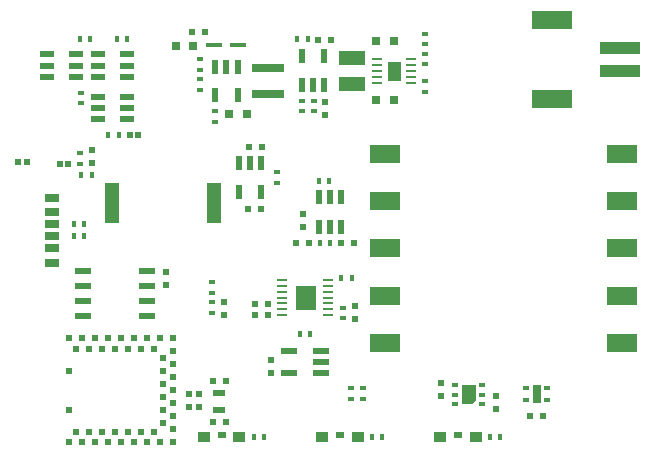
<source format=gtp>
G04 #@! TF.GenerationSoftware,KiCad,Pcbnew,(5.1.9)-1*
G04 #@! TF.CreationDate,2021-03-02T11:46:35-05:00*
G04 #@! TF.ProjectId,Canary,43616e61-7279-42e6-9b69-6361645f7063,rev?*
G04 #@! TF.SameCoordinates,Original*
G04 #@! TF.FileFunction,Paste,Top*
G04 #@! TF.FilePolarity,Positive*
%FSLAX46Y46*%
G04 Gerber Fmt 4.6, Leading zero omitted, Abs format (unit mm)*
G04 Created by KiCad (PCBNEW (5.1.9)-1) date 2021-03-02 11:46:35*
%MOMM*%
%LPD*%
G01*
G04 APERTURE LIST*
%ADD10C,0.010000*%
%ADD11R,0.590000X1.240000*%
%ADD12R,0.810000X0.260000*%
%ADD13R,0.400000X0.600000*%
%ADD14R,0.470000X0.600000*%
%ADD15R,1.100000X0.600000*%
%ADD16R,0.550000X0.400000*%
%ADD17C,0.100000*%
%ADD18R,2.500000X1.500000*%
%ADD19R,3.500000X1.000000*%
%ADD20R,3.400000X1.500000*%
%ADD21R,0.550000X0.350000*%
%ADD22R,0.700000X1.600000*%
%ADD23R,0.600000X1.220000*%
%ADD24R,0.600000X0.400000*%
%ADD25R,0.500000X0.600000*%
%ADD26R,0.600000X0.500000*%
%ADD27R,0.800000X0.750000*%
%ADD28R,1.358900X0.457200*%
%ADD29R,0.500000X0.500000*%
%ADD30R,1.200000X0.800000*%
%ADD31R,1.200000X0.760000*%
%ADD32R,1.200000X0.700000*%
%ADD33R,2.220000X1.200000*%
%ADD34R,2.700000X0.800000*%
%ADD35R,1.300000X3.400000*%
%ADD36R,1.220000X0.500000*%
%ADD37R,1.447800X0.558800*%
%ADD38R,0.860000X0.270000*%
%ADD39R,1.320800X0.558800*%
%ADD40R,0.590000X1.210000*%
%ADD41R,0.800000X0.600000*%
%ADD42R,1.000000X0.900000*%
G04 APERTURE END LIST*
D10*
G36*
X150040000Y-82720000D02*
G01*
X151060000Y-82720000D01*
X151060000Y-84280000D01*
X150040000Y-84280000D01*
X150040000Y-82720000D01*
G37*
X150040000Y-82720000D02*
X151060000Y-82720000D01*
X151060000Y-84280000D01*
X150040000Y-84280000D01*
X150040000Y-82720000D01*
G36*
X142254426Y-101750000D02*
G01*
X143895000Y-101750000D01*
X143895000Y-103650666D01*
X142254426Y-103650666D01*
X142254426Y-101750000D01*
G37*
X142254426Y-101750000D02*
X143895000Y-101750000D01*
X143895000Y-103650666D01*
X142254426Y-103650666D01*
X142254426Y-101750000D01*
D11*
X137350000Y-83215000D03*
X136400000Y-83215000D03*
X135450000Y-83215000D03*
X135450000Y-85585000D03*
X137350000Y-85585000D03*
D12*
X149105000Y-82500000D03*
X149105000Y-83000000D03*
X149105000Y-83500000D03*
X149105000Y-84000000D03*
X149105000Y-84500000D03*
X151995000Y-84500000D03*
X151995000Y-84000000D03*
X151995000Y-83500000D03*
X151995000Y-83000000D03*
X151995000Y-82500000D03*
D13*
X126400000Y-88900000D03*
X127300000Y-88900000D03*
D14*
X119515000Y-91250000D03*
X118785000Y-91250000D03*
X128215000Y-88900000D03*
X128945000Y-88900000D03*
X123015000Y-91380000D03*
X122285000Y-91380000D03*
D15*
X135750000Y-110800000D03*
X135750000Y-112200000D03*
D16*
X158050000Y-111750000D03*
X158050000Y-110950000D03*
X158050000Y-110150000D03*
X155750000Y-110150000D03*
X155750000Y-110950000D03*
X155750000Y-111750000D03*
D17*
G36*
X156300000Y-110150000D02*
G01*
X157500000Y-110150000D01*
X157500000Y-111450000D01*
X157200000Y-111750000D01*
X156300000Y-111750000D01*
X156300000Y-110150000D01*
G37*
D18*
X169850000Y-106550000D03*
X169850000Y-102550000D03*
X169850000Y-98550000D03*
X169850000Y-94550000D03*
X169850000Y-90550000D03*
X149850000Y-90550000D03*
X149850000Y-94550000D03*
X149850000Y-98550000D03*
X149850000Y-102550000D03*
X149850000Y-106550000D03*
D19*
X169750000Y-83550000D03*
X169750000Y-81550000D03*
D20*
X164000000Y-85900000D03*
X164000000Y-79200000D03*
D21*
X163575000Y-111350000D03*
X163575000Y-110350000D03*
X161725000Y-110350000D03*
X161725000Y-111350000D03*
D22*
X162650000Y-110850000D03*
D23*
X142775000Y-84745000D03*
X143725000Y-84745000D03*
X144675000Y-84745000D03*
X144675000Y-82255000D03*
X142775000Y-82255000D03*
D13*
X124075000Y-92300000D03*
X124975000Y-92300000D03*
D24*
X124025000Y-91400000D03*
X124025000Y-90500000D03*
D25*
X124975000Y-91300000D03*
X124975000Y-90200000D03*
X136150000Y-103050000D03*
X136150000Y-104150000D03*
X133200000Y-112000000D03*
X133200000Y-110900000D03*
X134100000Y-112000000D03*
X134100000Y-110900000D03*
X131250000Y-100550000D03*
X131250000Y-101650000D03*
D26*
X136400000Y-109750000D03*
X135300000Y-109750000D03*
X135300000Y-113250000D03*
X136400000Y-113250000D03*
X163200000Y-112750000D03*
X162100000Y-112750000D03*
D25*
X159250000Y-112100000D03*
X159250000Y-111000000D03*
X154550000Y-111000000D03*
X154550000Y-109900000D03*
X142900000Y-96725000D03*
X142900000Y-95625000D03*
D26*
X146100000Y-98075000D03*
X147200000Y-98075000D03*
X143400000Y-98075000D03*
X142300000Y-98075000D03*
X139895000Y-104150000D03*
X138795000Y-104150000D03*
X139895000Y-103250000D03*
X138795000Y-103250000D03*
D25*
X147275000Y-104550000D03*
X147275000Y-103450000D03*
X140200000Y-109100000D03*
X140200000Y-108000000D03*
D27*
X150600000Y-86000000D03*
X149100000Y-86000000D03*
D26*
X139400000Y-89950000D03*
X138300000Y-89950000D03*
D27*
X150600000Y-81000000D03*
X149100000Y-81000000D03*
D26*
X144175000Y-80900000D03*
X145275000Y-80900000D03*
D27*
X136650000Y-87200000D03*
X138150000Y-87200000D03*
D26*
X139350000Y-95200000D03*
X138250000Y-95200000D03*
D25*
X144725000Y-86150000D03*
X144725000Y-87250000D03*
D27*
X132100000Y-81400000D03*
X133600000Y-81400000D03*
D26*
X134600000Y-80250000D03*
X133500000Y-80250000D03*
D28*
X135327650Y-81300000D03*
X137372350Y-81300000D03*
D29*
X123100000Y-114950000D03*
X123650000Y-114050000D03*
X124200000Y-114950000D03*
X124750000Y-114050000D03*
X125300000Y-114950000D03*
X125850000Y-114050000D03*
X126400000Y-114950000D03*
X126950000Y-114050000D03*
X127500000Y-114950000D03*
X128050000Y-114050000D03*
X128600000Y-114950000D03*
X129150000Y-114050000D03*
X129700000Y-114950000D03*
X130250000Y-114050000D03*
X130800000Y-114950000D03*
X131900000Y-114950000D03*
X131900000Y-113850000D03*
X131000000Y-113300000D03*
X131900000Y-112750000D03*
X131000000Y-112200000D03*
X131900000Y-111650000D03*
X131000000Y-111100000D03*
X131900000Y-110550000D03*
X131000000Y-110000000D03*
X131900000Y-109450000D03*
X131000000Y-108900000D03*
X131900000Y-108350000D03*
X131000000Y-107800000D03*
X131900000Y-107250000D03*
X131900000Y-106150000D03*
X130800000Y-106150000D03*
X130250000Y-107050000D03*
X129700000Y-106150000D03*
X129150000Y-107050000D03*
X128600000Y-106150000D03*
X128050000Y-107050000D03*
X127500000Y-106150000D03*
X126950000Y-107050000D03*
X126400000Y-106150000D03*
X125850000Y-107050000D03*
X125300000Y-106150000D03*
X124750000Y-107050000D03*
X124200000Y-106150000D03*
X123650000Y-107050000D03*
X123100000Y-106150000D03*
X123100000Y-108900000D03*
X123100000Y-112200000D03*
D30*
X121630000Y-94250000D03*
X121630000Y-99750000D03*
D31*
X121630000Y-95480000D03*
X121630000Y-98520000D03*
D32*
X121630000Y-96500000D03*
X121630000Y-97500000D03*
D33*
X147000000Y-84610000D03*
X147000000Y-82390000D03*
D34*
X139950000Y-85500000D03*
X139950000Y-83300000D03*
D35*
X126670000Y-94720000D03*
X135370000Y-94720000D03*
D36*
X121200000Y-82125000D03*
X121200000Y-83075000D03*
X121200000Y-84025000D03*
X123690000Y-84025000D03*
X123690000Y-83075000D03*
X123690000Y-82125000D03*
X127995000Y-84025000D03*
X127995000Y-83075000D03*
X127995000Y-82125000D03*
X125505000Y-82125000D03*
X125505000Y-83075000D03*
X125505000Y-84025000D03*
X125505000Y-85725000D03*
X125505000Y-86675000D03*
X125505000Y-87625000D03*
X127995000Y-87625000D03*
X127995000Y-86675000D03*
X127995000Y-85725000D03*
D24*
X135215000Y-102325000D03*
X135215000Y-101425000D03*
X135210000Y-103120000D03*
X135210000Y-104020000D03*
X146950000Y-110400000D03*
X146950000Y-111300000D03*
D13*
X124875000Y-80825000D03*
X123975000Y-80825000D03*
D24*
X147920000Y-110400000D03*
X147920000Y-111300000D03*
D13*
X127100000Y-80825000D03*
X128000000Y-80825000D03*
D24*
X124075000Y-85350000D03*
X124075000Y-86250000D03*
D13*
X138700000Y-114500000D03*
X139600000Y-114500000D03*
X148700000Y-114500000D03*
X149600000Y-114500000D03*
X158700000Y-114500000D03*
X159600000Y-114500000D03*
X144200000Y-92800000D03*
X145100000Y-92800000D03*
X145200000Y-98125000D03*
X144300000Y-98125000D03*
D24*
X146275000Y-104450000D03*
X146275000Y-103550000D03*
D13*
X147000000Y-101050000D03*
X146100000Y-101050000D03*
X143500000Y-105750000D03*
X142600000Y-105750000D03*
D24*
X153200000Y-84400000D03*
X153200000Y-85300000D03*
D13*
X123450000Y-97500000D03*
X124350000Y-97500000D03*
X123450000Y-96500000D03*
X124350000Y-96500000D03*
D24*
X153200000Y-80350000D03*
X153200000Y-81250000D03*
X153200000Y-82050000D03*
X153200000Y-82950000D03*
X143775000Y-86950000D03*
X143775000Y-86050000D03*
X142775000Y-86950000D03*
X142775000Y-86050000D03*
X140650000Y-93000000D03*
X140650000Y-92100000D03*
X135450000Y-86900000D03*
X135450000Y-87800000D03*
D13*
X143275000Y-80850000D03*
X142375000Y-80850000D03*
D24*
X134150000Y-82500000D03*
X134150000Y-83400000D03*
X134150000Y-84200000D03*
X134150000Y-85100000D03*
D37*
X124219500Y-100495000D03*
X124219500Y-101765000D03*
X124219500Y-103035000D03*
X124219500Y-104305000D03*
X129680500Y-104305000D03*
X129680500Y-103035000D03*
X129680500Y-101765000D03*
X129680500Y-100495000D03*
D23*
X146100000Y-94230000D03*
X145150000Y-94230000D03*
X144200000Y-94230000D03*
X144200000Y-96720000D03*
X145150000Y-96720000D03*
X146100000Y-96720000D03*
D38*
X141140000Y-101200000D03*
X141140000Y-101700000D03*
X141140000Y-102200000D03*
X141140000Y-102700000D03*
X141140000Y-103200000D03*
X141140000Y-103700000D03*
X141140000Y-104200000D03*
X145010000Y-104200000D03*
X145010000Y-103700000D03*
X145010000Y-103200000D03*
X145010000Y-102700000D03*
X145010000Y-102200000D03*
X145010000Y-101700000D03*
X145010000Y-101200000D03*
D39*
X144421600Y-109089800D03*
X144421600Y-108150000D03*
X144421600Y-107210200D03*
X141678400Y-107210200D03*
X141678400Y-109089800D03*
D40*
X139350000Y-91295000D03*
X138400000Y-91295000D03*
X137450000Y-91295000D03*
X137450000Y-93805000D03*
X139350000Y-93805000D03*
D41*
X136000000Y-114350000D03*
D42*
X134500000Y-114500000D03*
X137500000Y-114500000D03*
D41*
X146000000Y-114350000D03*
D42*
X144500000Y-114500000D03*
X147500000Y-114500000D03*
D41*
X156000000Y-114350000D03*
D42*
X154500000Y-114500000D03*
X157500000Y-114500000D03*
M02*

</source>
